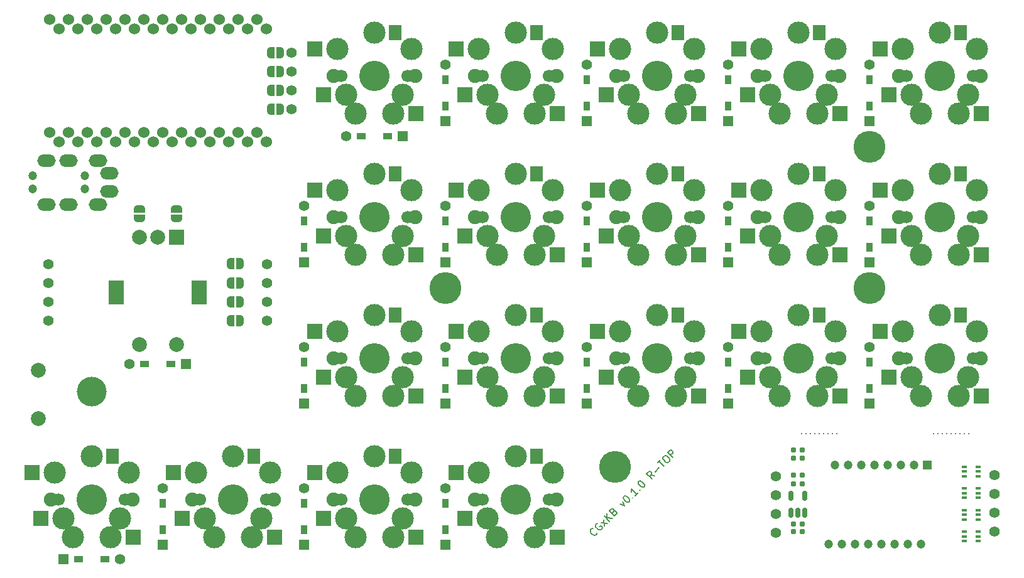
<source format=gts>
G04 #@! TF.GenerationSoftware,KiCad,Pcbnew,(6.0.10)*
G04 #@! TF.CreationDate,2023-03-05T22:21:07-08:00*
G04 #@! TF.ProjectId,tsbym,74736279-6d2e-46b6-9963-61645f706362,rev?*
G04 #@! TF.SameCoordinates,Original*
G04 #@! TF.FileFunction,Soldermask,Top*
G04 #@! TF.FilePolarity,Negative*
%FSLAX46Y46*%
G04 Gerber Fmt 4.6, Leading zero omitted, Abs format (unit mm)*
G04 Created by KiCad (PCBNEW (6.0.10)) date 2023-03-05 22:21:07*
%MOMM*%
%LPD*%
G01*
G04 APERTURE LIST*
G04 Aperture macros list*
%AMRoundRect*
0 Rectangle with rounded corners*
0 $1 Rounding radius*
0 $2 $3 $4 $5 $6 $7 $8 $9 X,Y pos of 4 corners*
0 Add a 4 corners polygon primitive as box body*
4,1,4,$2,$3,$4,$5,$6,$7,$8,$9,$2,$3,0*
0 Add four circle primitives for the rounded corners*
1,1,$1+$1,$2,$3*
1,1,$1+$1,$4,$5*
1,1,$1+$1,$6,$7*
1,1,$1+$1,$8,$9*
0 Add four rect primitives between the rounded corners*
20,1,$1+$1,$2,$3,$4,$5,0*
20,1,$1+$1,$4,$5,$6,$7,0*
20,1,$1+$1,$6,$7,$8,$9,0*
20,1,$1+$1,$8,$9,$2,$3,0*%
%AMFreePoly0*
4,1,22,0.500000,-0.750000,0.000000,-0.750000,0.000000,-0.745033,-0.079941,-0.743568,-0.215256,-0.701293,-0.333266,-0.622738,-0.424486,-0.514219,-0.481581,-0.384460,-0.499164,-0.250000,-0.500000,-0.250000,-0.500000,0.250000,-0.499164,0.250000,-0.499963,0.256109,-0.478152,0.396186,-0.417904,0.524511,-0.324060,0.630769,-0.204165,0.706417,-0.067858,0.745374,0.000000,0.744959,0.000000,0.750000,
0.500000,0.750000,0.500000,-0.750000,0.500000,-0.750000,$1*%
%AMFreePoly1*
4,1,20,0.000000,0.744959,0.073905,0.744508,0.209726,0.703889,0.328688,0.626782,0.421226,0.519385,0.479903,0.390333,0.500000,0.250000,0.500000,-0.250000,0.499851,-0.262216,0.476331,-0.402017,0.414519,-0.529596,0.319384,-0.634700,0.198574,-0.708877,0.061801,-0.746166,0.000000,-0.745033,0.000000,-0.750000,-0.500000,-0.750000,-0.500000,0.750000,0.000000,0.750000,0.000000,0.744959,
0.000000,0.744959,$1*%
G04 Aperture macros list end*
%ADD10C,0.150000*%
%ADD11RoundRect,0.155000X-0.212500X-0.155000X0.212500X-0.155000X0.212500X0.155000X-0.212500X0.155000X0*%
%ADD12R,0.950000X1.300000*%
%ADD13R,1.397000X1.397000*%
%ADD14C,1.397000*%
%ADD15C,4.100000*%
%ADD16C,3.000000*%
%ADD17C,1.700000*%
%ADD18C,1.900000*%
%ADD19R,2.000000X2.000000*%
%ADD20R,1.800000X2.000000*%
%ADD21R,0.650000X0.400000*%
%ADD22FreePoly0,180.000000*%
%ADD23FreePoly1,180.000000*%
%ADD24C,2.000000*%
%ADD25R,2.000000X3.200000*%
%ADD26FreePoly0,90.000000*%
%ADD27FreePoly1,90.000000*%
%ADD28R,1.300000X0.950000*%
%ADD29C,1.524000*%
%ADD30RoundRect,0.150000X0.150000X-0.512500X0.150000X0.512500X-0.150000X0.512500X-0.150000X-0.512500X0*%
%ADD31R,1.200000X1.200000*%
%ADD32C,1.200000*%
%ADD33C,4.300000*%
%ADD34RoundRect,0.160000X-0.197500X-0.160000X0.197500X-0.160000X0.197500X0.160000X-0.197500X0.160000X0*%
%ADD35C,0.300000*%
%ADD36O,2.500000X1.700000*%
%ADD37RoundRect,0.160000X0.197500X0.160000X-0.197500X0.160000X-0.197500X-0.160000X0.197500X-0.160000X0*%
%ADD38C,0.500000*%
%ADD39C,4.000000*%
%ADD40RoundRect,0.155000X0.212500X0.155000X-0.212500X0.155000X-0.212500X-0.155000X0.212500X-0.155000X0*%
G04 APERTURE END LIST*
D10*
X120152939Y-117461136D02*
X120152939Y-117528480D01*
X120085596Y-117663167D01*
X120018252Y-117730510D01*
X119883565Y-117797854D01*
X119748878Y-117797854D01*
X119647863Y-117764182D01*
X119479504Y-117663167D01*
X119378489Y-117562151D01*
X119277473Y-117393793D01*
X119243802Y-117292777D01*
X119243802Y-117158090D01*
X119311145Y-117023403D01*
X119378489Y-116956060D01*
X119513176Y-116888716D01*
X119580519Y-116888716D01*
X120220283Y-116181610D02*
X120119267Y-116215281D01*
X120018252Y-116316297D01*
X119950909Y-116450984D01*
X119950909Y-116585671D01*
X119984580Y-116686686D01*
X120085596Y-116855045D01*
X120186611Y-116956060D01*
X120354970Y-117057075D01*
X120455985Y-117090747D01*
X120590672Y-117090747D01*
X120725359Y-117023403D01*
X120792702Y-116956060D01*
X120860046Y-116821373D01*
X120860046Y-116754029D01*
X120624344Y-116518327D01*
X120489657Y-116653014D01*
X121163092Y-116585671D02*
X121062076Y-115743877D01*
X120691687Y-116114266D02*
X121533481Y-116215281D01*
X121802855Y-115945907D02*
X121095748Y-115238801D01*
X122206916Y-115541846D02*
X121499809Y-115440831D01*
X121499809Y-114834740D02*
X121499809Y-115642862D01*
X122375275Y-114632709D02*
X122509962Y-114565366D01*
X122577305Y-114565366D01*
X122678320Y-114599037D01*
X122779336Y-114700053D01*
X122813007Y-114801068D01*
X122813007Y-114868411D01*
X122779336Y-114969427D01*
X122509962Y-115238801D01*
X121802855Y-114531694D01*
X122038557Y-114295992D01*
X122139572Y-114262320D01*
X122206916Y-114262320D01*
X122307931Y-114295992D01*
X122375275Y-114363335D01*
X122408946Y-114464350D01*
X122408946Y-114531694D01*
X122375275Y-114632709D01*
X122139572Y-114868411D01*
X123217068Y-113588885D02*
X123856832Y-113891931D01*
X123553786Y-113252167D01*
X123722145Y-112612404D02*
X123789488Y-112545061D01*
X123890503Y-112511389D01*
X123957847Y-112511389D01*
X124058862Y-112545061D01*
X124227221Y-112646076D01*
X124395580Y-112814435D01*
X124496595Y-112982793D01*
X124530267Y-113083809D01*
X124530267Y-113151152D01*
X124496595Y-113252167D01*
X124429251Y-113319511D01*
X124328236Y-113353183D01*
X124260893Y-113353183D01*
X124159877Y-113319511D01*
X123991519Y-113218496D01*
X123823160Y-113050137D01*
X123722145Y-112881778D01*
X123688473Y-112780763D01*
X123688473Y-112713419D01*
X123722145Y-112612404D01*
X124900656Y-112713419D02*
X124968000Y-112713419D01*
X124968000Y-112780763D01*
X124900656Y-112780763D01*
X124900656Y-112713419D01*
X124968000Y-112780763D01*
X125675106Y-112073656D02*
X125271045Y-112477717D01*
X125473076Y-112275687D02*
X124765969Y-111568580D01*
X124799641Y-111736938D01*
X124799641Y-111871625D01*
X124765969Y-111972641D01*
X125910809Y-111703267D02*
X125978152Y-111703267D01*
X125978152Y-111770610D01*
X125910809Y-111770610D01*
X125910809Y-111703267D01*
X125978152Y-111770610D01*
X125742450Y-110592099D02*
X125809793Y-110524755D01*
X125910809Y-110491084D01*
X125978152Y-110491084D01*
X126079167Y-110524755D01*
X126247526Y-110625771D01*
X126415885Y-110794129D01*
X126516900Y-110962488D01*
X126550572Y-111063503D01*
X126550572Y-111130847D01*
X126516900Y-111231862D01*
X126449557Y-111299206D01*
X126348541Y-111332877D01*
X126281198Y-111332877D01*
X126180183Y-111299206D01*
X126011824Y-111198190D01*
X125843465Y-111029832D01*
X125742450Y-110861473D01*
X125708778Y-110760458D01*
X125708778Y-110693114D01*
X125742450Y-110592099D01*
X127931114Y-109817649D02*
X127358694Y-109716633D01*
X127527053Y-110221710D02*
X126819946Y-109514603D01*
X127089320Y-109245229D01*
X127190335Y-109211557D01*
X127257679Y-109211557D01*
X127358694Y-109245229D01*
X127459709Y-109346244D01*
X127493381Y-109447259D01*
X127493381Y-109514603D01*
X127459709Y-109615618D01*
X127190335Y-109884992D01*
X127964785Y-109245229D02*
X128503533Y-108706481D01*
X128301503Y-108033046D02*
X128705564Y-107628985D01*
X129210640Y-108538122D02*
X128503533Y-107831015D01*
X129075953Y-107258596D02*
X129210640Y-107123909D01*
X129311655Y-107090237D01*
X129446342Y-107090237D01*
X129614701Y-107191252D01*
X129850403Y-107426954D01*
X129951419Y-107595313D01*
X129951419Y-107730000D01*
X129917747Y-107831015D01*
X129783060Y-107965702D01*
X129682045Y-107999374D01*
X129547358Y-107999374D01*
X129378999Y-107898359D01*
X129143297Y-107662657D01*
X129042281Y-107494298D01*
X129042281Y-107359611D01*
X129075953Y-107258596D01*
X130389151Y-107359611D02*
X129682045Y-106652504D01*
X129951419Y-106383130D01*
X130052434Y-106349458D01*
X130119777Y-106349458D01*
X130220793Y-106383130D01*
X130321808Y-106484145D01*
X130355480Y-106585161D01*
X130355480Y-106652504D01*
X130321808Y-106753519D01*
X130052434Y-107022893D01*
D11*
X146625500Y-117348000D03*
X147760500Y-117348000D03*
D12*
X137795000Y-59941000D03*
D13*
X137795000Y-61976000D03*
D12*
X137795000Y-56391000D03*
D14*
X137795000Y-54356000D03*
D12*
X80645000Y-98041000D03*
D13*
X80645000Y-100076000D03*
D12*
X80645000Y-94491000D03*
D14*
X80645000Y-92456000D03*
X78994000Y-60325000D03*
X78994000Y-57785000D03*
X78994000Y-55245000D03*
X78994000Y-52705000D03*
D12*
X156845000Y-78991000D03*
D13*
X156845000Y-81026000D03*
D12*
X156845000Y-75441000D03*
D14*
X156845000Y-73406000D03*
X75692000Y-88900000D03*
X75692000Y-86360000D03*
X75692000Y-83820000D03*
X75692000Y-81280000D03*
D15*
X166370000Y-93980000D03*
D16*
X168910000Y-99060000D03*
D17*
X171450000Y-93980000D03*
D16*
X171370000Y-90280000D03*
X162560000Y-96520000D03*
D18*
X160870000Y-93980000D03*
D16*
X170180000Y-96520000D03*
D18*
X171870000Y-93980000D03*
D17*
X161870000Y-93980000D03*
D16*
X161370000Y-90280000D03*
D17*
X170870000Y-93980000D03*
X161290000Y-93980000D03*
D16*
X163830000Y-99060000D03*
X166370000Y-88080000D03*
D19*
X158270000Y-90280000D03*
X171970000Y-99060000D03*
D20*
X169170000Y-88080000D03*
D19*
X159470000Y-96520000D03*
D17*
X151820000Y-55880000D03*
D16*
X149860000Y-60960000D03*
D18*
X152820000Y-55880000D03*
D16*
X144780000Y-60960000D03*
D17*
X142820000Y-55880000D03*
D16*
X151130000Y-58420000D03*
D17*
X142240000Y-55880000D03*
D16*
X142320000Y-52180000D03*
X143510000Y-58420000D03*
D15*
X147320000Y-55880000D03*
D16*
X152320000Y-52180000D03*
X147320000Y-49980000D03*
D18*
X141820000Y-55880000D03*
D17*
X152400000Y-55880000D03*
D19*
X152920000Y-60960000D03*
X139220000Y-52180000D03*
X140420000Y-58420000D03*
D20*
X150120000Y-49980000D03*
D21*
X171511000Y-112791000D03*
X171511000Y-112141000D03*
X171511000Y-111491000D03*
X169611000Y-111491000D03*
X169611000Y-112141000D03*
X169611000Y-112791000D03*
D17*
X123770000Y-55880000D03*
D16*
X130810000Y-60960000D03*
X133270000Y-52180000D03*
X123270000Y-52180000D03*
D17*
X123190000Y-55880000D03*
X132770000Y-55880000D03*
D18*
X133770000Y-55880000D03*
D17*
X133350000Y-55880000D03*
D16*
X124460000Y-58420000D03*
X125730000Y-60960000D03*
X128270000Y-49980000D03*
D15*
X128270000Y-55880000D03*
D16*
X132080000Y-58420000D03*
D18*
X122770000Y-55880000D03*
D19*
X120170000Y-52180000D03*
X133870000Y-60960000D03*
D20*
X131070000Y-49980000D03*
D19*
X121370000Y-58420000D03*
D22*
X77485000Y-57785000D03*
D23*
X76185000Y-57785000D03*
D22*
X72024000Y-86360000D03*
D23*
X70724000Y-86360000D03*
D19*
X63460000Y-77590000D03*
D24*
X58460000Y-77590000D03*
X60960000Y-77590000D03*
D25*
X66560000Y-85090000D03*
X55360000Y-85090000D03*
D24*
X58460000Y-92090000D03*
X63460000Y-92090000D03*
D13*
X99695000Y-119126000D03*
D12*
X99695000Y-117091000D03*
D14*
X99695000Y-111506000D03*
D12*
X99695000Y-113541000D03*
D26*
X58470800Y-75072000D03*
D27*
X58470800Y-73772000D03*
D28*
X50295000Y-121031000D03*
D13*
X48260000Y-121031000D03*
D14*
X55880000Y-121031000D03*
D28*
X53845000Y-121031000D03*
D29*
X46355000Y-48223600D03*
X47625000Y-64770000D03*
X50165000Y-64770000D03*
X48895000Y-48223600D03*
X51435000Y-48223600D03*
X52705000Y-64770000D03*
X55245000Y-64770000D03*
X53975000Y-48223600D03*
X56515000Y-48223600D03*
X57785000Y-64770000D03*
X59055000Y-48223600D03*
X60325000Y-64770000D03*
X61595000Y-48223600D03*
X62865000Y-64770000D03*
X65405000Y-64770000D03*
X64135000Y-48223600D03*
X66675000Y-48223600D03*
X67945000Y-64770000D03*
X70485000Y-64770000D03*
X69215000Y-48223600D03*
X73025000Y-64770000D03*
X71755000Y-48223600D03*
X75565000Y-64770000D03*
X74295000Y-48223600D03*
X75565000Y-49530000D03*
X74295000Y-63443600D03*
X73025000Y-49530000D03*
X71755000Y-63443600D03*
X69215000Y-63443600D03*
X70485000Y-49530000D03*
X67945000Y-49530000D03*
X66675000Y-63443600D03*
X64135000Y-63443600D03*
X65405000Y-49530000D03*
X62865000Y-49530000D03*
X61595000Y-63443600D03*
X60325000Y-49530000D03*
X59055000Y-63443600D03*
X57785000Y-49530000D03*
X56515000Y-63443600D03*
X53975000Y-63443600D03*
X55245000Y-49530000D03*
X52705000Y-49530000D03*
X51435000Y-63443600D03*
X50165000Y-49530000D03*
X48895000Y-63443600D03*
X46355000Y-63443600D03*
X47625000Y-49530000D03*
D14*
X144272000Y-109855000D03*
X144272000Y-112395000D03*
X144272000Y-114935000D03*
X144272000Y-117475000D03*
D30*
X146243000Y-114802500D03*
X147193000Y-114802500D03*
X148143000Y-114802500D03*
X148143000Y-112527500D03*
X146243000Y-112527500D03*
D16*
X90170000Y-107130000D03*
X92710000Y-118110000D03*
X95170000Y-109330000D03*
X93980000Y-115570000D03*
X86360000Y-115570000D03*
D15*
X90170000Y-113030000D03*
D18*
X84670000Y-113030000D03*
D17*
X95250000Y-113030000D03*
D16*
X87630000Y-118110000D03*
D17*
X85670000Y-113030000D03*
X85090000Y-113030000D03*
X94670000Y-113030000D03*
D18*
X95670000Y-113030000D03*
D16*
X85170000Y-109330000D03*
D19*
X82070000Y-109330000D03*
X95770000Y-118110000D03*
D20*
X92970000Y-107130000D03*
D19*
X83270000Y-115570000D03*
D11*
X146625500Y-110871000D03*
X147760500Y-110871000D03*
D13*
X99695000Y-81026000D03*
D12*
X99695000Y-78991000D03*
X99695000Y-75441000D03*
D14*
X99695000Y-73406000D03*
D17*
X132770000Y-93980000D03*
D15*
X128270000Y-93980000D03*
D18*
X133770000Y-93980000D03*
D17*
X123770000Y-93980000D03*
D16*
X124460000Y-96520000D03*
D17*
X133350000Y-93980000D03*
D16*
X132080000Y-96520000D03*
X133270000Y-90280000D03*
X123270000Y-90280000D03*
D18*
X122770000Y-93980000D03*
D17*
X123190000Y-93980000D03*
D16*
X130810000Y-99060000D03*
X128270000Y-88080000D03*
X125730000Y-99060000D03*
D19*
X133870000Y-99060000D03*
X120170000Y-90280000D03*
X121370000Y-96520000D03*
D20*
X131070000Y-88080000D03*
D22*
X72024000Y-83820000D03*
D23*
X70724000Y-83820000D03*
D16*
X48260000Y-115570000D03*
D17*
X46990000Y-113030000D03*
D16*
X54610000Y-118110000D03*
X57070000Y-109330000D03*
X49530000Y-118110000D03*
X47070000Y-109330000D03*
X55880000Y-115570000D03*
D17*
X57150000Y-113030000D03*
D16*
X52070000Y-107130000D03*
D17*
X56570000Y-113030000D03*
X47570000Y-113030000D03*
D18*
X46570000Y-113030000D03*
X57570000Y-113030000D03*
D15*
X52070000Y-113030000D03*
D19*
X43970000Y-109330000D03*
X57670000Y-118110000D03*
D20*
X54870000Y-107130000D03*
D19*
X45170000Y-115570000D03*
D12*
X99695000Y-98041000D03*
D13*
X99695000Y-100076000D03*
D12*
X99695000Y-94491000D03*
D14*
X99695000Y-92456000D03*
D21*
X171511000Y-115712000D03*
X171511000Y-115062000D03*
X171511000Y-114412000D03*
X169611000Y-114412000D03*
X169611000Y-115062000D03*
X169611000Y-115712000D03*
D31*
X164669000Y-108315000D03*
D32*
X162889000Y-108315000D03*
X161109000Y-108315000D03*
X159329000Y-108315000D03*
X157549000Y-108315000D03*
X155769000Y-108315000D03*
X153989000Y-108315000D03*
X152209000Y-108315000D03*
X151319000Y-119015000D03*
X153099000Y-119015000D03*
X154879000Y-119015000D03*
X156659000Y-119015000D03*
X158439000Y-119015000D03*
X160219000Y-119015000D03*
X161999000Y-119015000D03*
X163779000Y-119015000D03*
D26*
X63474600Y-75061600D03*
D27*
X63474600Y-73761600D03*
D12*
X118745000Y-59941000D03*
D13*
X118745000Y-61976000D03*
D12*
X118745000Y-56391000D03*
D14*
X118745000Y-54356000D03*
D33*
X156845000Y-84455000D03*
D16*
X168910000Y-80010000D03*
D17*
X161870000Y-74930000D03*
D16*
X162560000Y-77470000D03*
X161370000Y-71230000D03*
D18*
X160870000Y-74930000D03*
X171870000Y-74930000D03*
D16*
X163830000Y-80010000D03*
X166370000Y-69030000D03*
D15*
X166370000Y-74930000D03*
D16*
X170180000Y-77470000D03*
X171370000Y-71230000D03*
D17*
X171450000Y-74930000D03*
X161290000Y-74930000D03*
X170870000Y-74930000D03*
D19*
X158270000Y-71230000D03*
X171970000Y-80010000D03*
D20*
X169170000Y-69030000D03*
D19*
X159470000Y-77470000D03*
D11*
X146625500Y-116332000D03*
X147760500Y-116332000D03*
D28*
X91945000Y-64008000D03*
D13*
X93980000Y-64008000D03*
D14*
X86360000Y-64008000D03*
D28*
X88395000Y-64008000D03*
D17*
X133350000Y-74930000D03*
D18*
X122770000Y-74930000D03*
D16*
X130810000Y-80010000D03*
X123270000Y-71230000D03*
D17*
X123770000Y-74930000D03*
D16*
X124460000Y-77470000D03*
D18*
X133770000Y-74930000D03*
D17*
X132770000Y-74930000D03*
D16*
X125730000Y-80010000D03*
X132080000Y-77470000D03*
X128270000Y-69030000D03*
D15*
X128270000Y-74930000D03*
D16*
X133270000Y-71230000D03*
D17*
X123190000Y-74930000D03*
D19*
X133870000Y-80010000D03*
X120170000Y-71230000D03*
D20*
X131070000Y-69030000D03*
D19*
X121370000Y-77470000D03*
D34*
X146595500Y-109728000D03*
X147790500Y-109728000D03*
D35*
X170269000Y-104140000D03*
X166112750Y-104140000D03*
X165519000Y-104140000D03*
X166706500Y-104140000D03*
X167894000Y-104140000D03*
X167300250Y-104140000D03*
X168487750Y-104140000D03*
X169675250Y-104140000D03*
X169081500Y-104140000D03*
D22*
X77485000Y-60325000D03*
D23*
X76185000Y-60325000D03*
D32*
X44122000Y-71106000D03*
X51122000Y-71106000D03*
X51122000Y-69356000D03*
X44122000Y-69356000D03*
D36*
X54422000Y-69006000D03*
X54422000Y-71456000D03*
X45922000Y-73206000D03*
X45922000Y-67256000D03*
X48922000Y-73206000D03*
X48922000Y-67256000D03*
X52922000Y-73206000D03*
X52922000Y-67256000D03*
D13*
X118745000Y-81026000D03*
D12*
X118745000Y-78991000D03*
D14*
X118745000Y-73406000D03*
D12*
X118745000Y-75441000D03*
D22*
X77485000Y-52705000D03*
D23*
X76185000Y-52705000D03*
D16*
X113030000Y-77470000D03*
X105410000Y-77470000D03*
D18*
X114720000Y-74930000D03*
D16*
X106680000Y-80010000D03*
D18*
X103720000Y-74930000D03*
D16*
X111760000Y-80010000D03*
D17*
X113720000Y-74930000D03*
X104720000Y-74930000D03*
X114300000Y-74930000D03*
D15*
X109220000Y-74930000D03*
D16*
X104220000Y-71230000D03*
X114220000Y-71230000D03*
D17*
X104140000Y-74930000D03*
D16*
X109220000Y-69030000D03*
D19*
X114820000Y-80010000D03*
X101120000Y-71230000D03*
X102320000Y-77470000D03*
D20*
X112020000Y-69030000D03*
D13*
X99695000Y-61976000D03*
D12*
X99695000Y-59941000D03*
X99695000Y-56391000D03*
D14*
X99695000Y-54356000D03*
D37*
X147790500Y-106299000D03*
X146595500Y-106299000D03*
D13*
X80645000Y-81026000D03*
D12*
X80645000Y-78991000D03*
D14*
X80645000Y-73406000D03*
D12*
X80645000Y-75441000D03*
D24*
X44831000Y-102056000D03*
X44831000Y-95556000D03*
D12*
X137795000Y-78991000D03*
D13*
X137795000Y-81026000D03*
D12*
X137795000Y-75441000D03*
D14*
X137795000Y-73406000D03*
D12*
X118745000Y-98041000D03*
D13*
X118745000Y-100076000D03*
D12*
X118745000Y-94491000D03*
D14*
X118745000Y-92456000D03*
D22*
X72024000Y-88900000D03*
D23*
X70724000Y-88900000D03*
D13*
X156845000Y-100076000D03*
D12*
X156845000Y-98041000D03*
X156845000Y-94491000D03*
D14*
X156845000Y-92456000D03*
D38*
X51010000Y-99485000D03*
X50570000Y-98425000D03*
X52070000Y-96925000D03*
X53130000Y-99485000D03*
X51010000Y-97365000D03*
D39*
X52070000Y-98425000D03*
D38*
X52070000Y-99925000D03*
X53570000Y-98425000D03*
X53130000Y-97365000D03*
D17*
X95250000Y-55880000D03*
D18*
X95670000Y-55880000D03*
D17*
X94670000Y-55880000D03*
X85090000Y-55880000D03*
D16*
X90170000Y-49980000D03*
D17*
X85670000Y-55880000D03*
D16*
X93980000Y-58420000D03*
X85170000Y-52180000D03*
D15*
X90170000Y-55880000D03*
D18*
X84670000Y-55880000D03*
D16*
X92710000Y-60960000D03*
X86360000Y-58420000D03*
X87630000Y-60960000D03*
X95170000Y-52180000D03*
D19*
X82070000Y-52180000D03*
X95770000Y-60960000D03*
D20*
X92970000Y-49980000D03*
D19*
X83270000Y-58420000D03*
D14*
X173736000Y-117348000D03*
X173736000Y-114808000D03*
X173736000Y-112268000D03*
X173736000Y-109728000D03*
D17*
X95250000Y-93980000D03*
D16*
X87630000Y-99060000D03*
X92710000Y-99060000D03*
X95170000Y-90280000D03*
X85170000Y-90280000D03*
X90170000Y-88080000D03*
D17*
X85670000Y-93980000D03*
X85090000Y-93980000D03*
D15*
X90170000Y-93980000D03*
D18*
X95670000Y-93980000D03*
D17*
X94670000Y-93980000D03*
D18*
X84670000Y-93980000D03*
D16*
X86360000Y-96520000D03*
X93980000Y-96520000D03*
D19*
X82070000Y-90280000D03*
X95770000Y-99060000D03*
X83270000Y-96520000D03*
D20*
X92970000Y-88080000D03*
D33*
X156845000Y-65405000D03*
D12*
X156845000Y-59941000D03*
D13*
X156845000Y-61976000D03*
D14*
X156845000Y-54356000D03*
D12*
X156845000Y-56391000D03*
D17*
X113720000Y-113030000D03*
D16*
X105410000Y-115570000D03*
D18*
X114720000Y-113030000D03*
D17*
X104140000Y-113030000D03*
D16*
X113030000Y-115570000D03*
X109220000Y-107130000D03*
X104220000Y-109330000D03*
D18*
X103720000Y-113030000D03*
D16*
X106680000Y-118110000D03*
X114220000Y-109330000D03*
D15*
X109220000Y-113030000D03*
D17*
X104720000Y-113030000D03*
X114300000Y-113030000D03*
D16*
X111760000Y-118110000D03*
D19*
X101120000Y-109330000D03*
X114820000Y-118110000D03*
D20*
X112020000Y-107130000D03*
D19*
X102320000Y-115570000D03*
D17*
X75620000Y-113030000D03*
D15*
X71120000Y-113030000D03*
D17*
X66040000Y-113030000D03*
D16*
X71120000Y-107130000D03*
X73660000Y-118110000D03*
X67310000Y-115570000D03*
D17*
X76200000Y-113030000D03*
D16*
X76120000Y-109330000D03*
X74930000Y-115570000D03*
X68580000Y-118110000D03*
D17*
X66620000Y-113030000D03*
D18*
X76620000Y-113030000D03*
D16*
X66120000Y-109330000D03*
D18*
X65620000Y-113030000D03*
D19*
X63020000Y-109330000D03*
X76720000Y-118110000D03*
X64220000Y-115570000D03*
D20*
X73920000Y-107130000D03*
D14*
X46228000Y-81280000D03*
X46228000Y-83820000D03*
X46228000Y-86360000D03*
X46228000Y-88900000D03*
D17*
X95250000Y-74930000D03*
X85090000Y-74930000D03*
X94670000Y-74930000D03*
D16*
X95170000Y-71230000D03*
D18*
X84670000Y-74930000D03*
D16*
X92710000Y-80010000D03*
X86360000Y-77470000D03*
X90170000Y-69030000D03*
D18*
X95670000Y-74930000D03*
D16*
X85170000Y-71230000D03*
D17*
X85670000Y-74930000D03*
D16*
X87630000Y-80010000D03*
X93980000Y-77470000D03*
D15*
X90170000Y-74930000D03*
D19*
X95770000Y-80010000D03*
X82070000Y-71230000D03*
X83270000Y-77470000D03*
D20*
X92970000Y-69030000D03*
D28*
X62735000Y-94742000D03*
D13*
X64770000Y-94742000D03*
D14*
X57150000Y-94742000D03*
D28*
X59185000Y-94742000D03*
D15*
X166370000Y-55880000D03*
D18*
X160870000Y-55880000D03*
D16*
X161370000Y-52180000D03*
D18*
X171870000Y-55880000D03*
D16*
X163830000Y-60960000D03*
X170180000Y-58420000D03*
D17*
X170870000Y-55880000D03*
D16*
X168910000Y-60960000D03*
X171370000Y-52180000D03*
X162560000Y-58420000D03*
D17*
X171450000Y-55880000D03*
D16*
X166370000Y-49980000D03*
D17*
X161870000Y-55880000D03*
X161290000Y-55880000D03*
D19*
X171970000Y-60960000D03*
X158270000Y-52180000D03*
X159470000Y-58420000D03*
D20*
X169170000Y-49980000D03*
D22*
X72024000Y-81153000D03*
D23*
X70724000Y-81153000D03*
D13*
X61595000Y-119126000D03*
D12*
X61595000Y-117091000D03*
X61595000Y-113541000D03*
D14*
X61595000Y-111506000D03*
D40*
X147760500Y-107442000D03*
X146625500Y-107442000D03*
D21*
X171511000Y-109870000D03*
X171511000Y-109220000D03*
X171511000Y-108570000D03*
X169611000Y-108570000D03*
X169611000Y-109220000D03*
X169611000Y-109870000D03*
D12*
X137795000Y-98041000D03*
D13*
X137795000Y-100076000D03*
D12*
X137795000Y-94491000D03*
D14*
X137795000Y-92456000D03*
D18*
X103720000Y-55880000D03*
D16*
X109220000Y-49980000D03*
D17*
X114300000Y-55880000D03*
X104140000Y-55880000D03*
D16*
X106680000Y-60960000D03*
X114220000Y-52180000D03*
X111760000Y-60960000D03*
D17*
X113720000Y-55880000D03*
D16*
X104220000Y-52180000D03*
D17*
X104720000Y-55880000D03*
D16*
X113030000Y-58420000D03*
D18*
X114720000Y-55880000D03*
D16*
X105410000Y-58420000D03*
D15*
X109220000Y-55880000D03*
D19*
X101120000Y-52180000D03*
X114820000Y-60960000D03*
X102320000Y-58420000D03*
D20*
X112020000Y-49980000D03*
D18*
X103720000Y-93980000D03*
D17*
X104720000Y-93980000D03*
D16*
X106680000Y-99060000D03*
X105410000Y-96520000D03*
D15*
X109220000Y-93980000D03*
D17*
X113720000Y-93980000D03*
D16*
X109220000Y-88080000D03*
D18*
X114720000Y-93980000D03*
D17*
X114300000Y-93980000D03*
D16*
X114220000Y-90280000D03*
X104220000Y-90280000D03*
X113030000Y-96520000D03*
D17*
X104140000Y-93980000D03*
D16*
X111760000Y-99060000D03*
D19*
X101120000Y-90280000D03*
X114820000Y-99060000D03*
D20*
X112020000Y-88080000D03*
D19*
X102320000Y-96520000D03*
D33*
X99695000Y-84455000D03*
D35*
X149520250Y-104140000D03*
X148926500Y-104140000D03*
X152489000Y-104140000D03*
X147739000Y-104140000D03*
X151301500Y-104140000D03*
X148332750Y-104140000D03*
X151895250Y-104140000D03*
X150707750Y-104140000D03*
X150114000Y-104140000D03*
D13*
X80645000Y-119126000D03*
D12*
X80645000Y-117091000D03*
D14*
X80645000Y-111506000D03*
D12*
X80645000Y-113541000D03*
D16*
X143510000Y-77470000D03*
D18*
X141820000Y-74930000D03*
D16*
X149860000Y-80010000D03*
D17*
X151820000Y-74930000D03*
D16*
X144780000Y-80010000D03*
D17*
X152400000Y-74930000D03*
D16*
X152320000Y-71230000D03*
D18*
X152820000Y-74930000D03*
D16*
X142320000Y-71230000D03*
X147320000Y-69030000D03*
D15*
X147320000Y-74930000D03*
D17*
X142240000Y-74930000D03*
D16*
X151130000Y-77470000D03*
D17*
X142820000Y-74930000D03*
D19*
X139220000Y-71230000D03*
X152920000Y-80010000D03*
X140420000Y-77470000D03*
D20*
X150120000Y-69030000D03*
D21*
X171511000Y-118633000D03*
X171511000Y-117983000D03*
X171511000Y-117333000D03*
X169611000Y-117333000D03*
X169611000Y-117983000D03*
X169611000Y-118633000D03*
D33*
X122555000Y-108585000D03*
D16*
X152320000Y-90280000D03*
D17*
X151820000Y-93980000D03*
D16*
X149860000Y-99060000D03*
D18*
X152820000Y-93980000D03*
D16*
X142320000Y-90280000D03*
D17*
X142240000Y-93980000D03*
D16*
X151130000Y-96520000D03*
D15*
X147320000Y-93980000D03*
D16*
X143510000Y-96520000D03*
D18*
X141820000Y-93980000D03*
D16*
X147320000Y-88080000D03*
X144780000Y-99060000D03*
D17*
X152400000Y-93980000D03*
X142820000Y-93980000D03*
D19*
X152920000Y-99060000D03*
X139220000Y-90280000D03*
X140420000Y-96520000D03*
D20*
X150120000Y-88080000D03*
D22*
X77485000Y-55245000D03*
D23*
X76185000Y-55245000D03*
M02*

</source>
